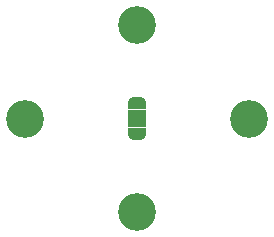
<source format=gbr>
%TF.GenerationSoftware,KiCad,Pcbnew,9.0.3*%
%TF.CreationDate,2025-07-17T11:53:43-06:00*%
%TF.ProjectId,EncoderBoard,456e636f-6465-4724-926f-6172642e6b69,rev?*%
%TF.SameCoordinates,Original*%
%TF.FileFunction,Soldermask,Bot*%
%TF.FilePolarity,Negative*%
%FSLAX46Y46*%
G04 Gerber Fmt 4.6, Leading zero omitted, Abs format (unit mm)*
G04 Created by KiCad (PCBNEW 9.0.3) date 2025-07-17 11:53:43*
%MOMM*%
%LPD*%
G01*
G04 APERTURE LIST*
G04 Aperture macros list*
%AMFreePoly0*
4,1,23,0.550000,-0.750000,0.000000,-0.750000,0.000000,-0.745722,-0.065263,-0.745722,-0.191342,-0.711940,-0.304381,-0.646677,-0.396677,-0.554381,-0.461940,-0.441342,-0.495722,-0.315263,-0.495722,-0.250000,-0.500000,-0.250000,-0.500000,0.250000,-0.495722,0.250000,-0.495722,0.315263,-0.461940,0.441342,-0.396677,0.554381,-0.304381,0.646677,-0.191342,0.711940,-0.065263,0.745722,0.000000,0.745722,
0.000000,0.750000,0.550000,0.750000,0.550000,-0.750000,0.550000,-0.750000,$1*%
%AMFreePoly1*
4,1,23,0.000000,0.745722,0.065263,0.745722,0.191342,0.711940,0.304381,0.646677,0.396677,0.554381,0.461940,0.441342,0.495722,0.315263,0.495722,0.250000,0.500000,0.250000,0.500000,-0.250000,0.495722,-0.250000,0.495722,-0.315263,0.461940,-0.441342,0.396677,-0.554381,0.304381,-0.646677,0.191342,-0.711940,0.065263,-0.745722,0.000000,-0.745722,0.000000,-0.750000,-0.550000,-0.750000,
-0.550000,0.750000,0.000000,0.750000,0.000000,0.745722,0.000000,0.745722,$1*%
G04 Aperture macros list end*
%ADD10C,3.200000*%
%ADD11FreePoly0,270.000000*%
%ADD12R,1.500000X1.000000*%
%ADD13FreePoly1,270.000000*%
G04 APERTURE END LIST*
%TO.C,JP1*%
G36*
X149250000Y-99250000D02*
G01*
X150750000Y-99250000D01*
X150750000Y-100750000D01*
X149250000Y-100750000D01*
X149250000Y-99250000D01*
G37*
%TD*%
D10*
%TO.C,H4*%
X140550000Y-100000000D03*
%TD*%
%TO.C,H2*%
X150000000Y-92050000D03*
%TD*%
%TO.C,H1*%
X150000000Y-107950000D03*
%TD*%
%TO.C,H3*%
X159450000Y-100000000D03*
%TD*%
D11*
%TO.C,JP1*%
X150000000Y-98700000D03*
D12*
X150000000Y-100000000D03*
D13*
X150000000Y-101300000D03*
%TD*%
M02*

</source>
